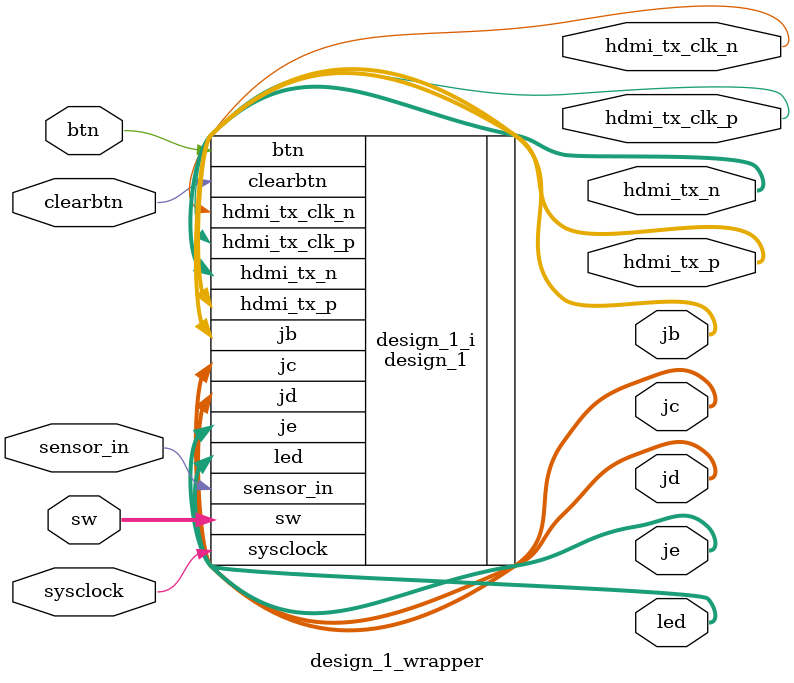
<source format=v>
`timescale 1 ps / 1 ps

module design_1_wrapper
   (btn,
    clearbtn,
    hdmi_tx_clk_n,
    hdmi_tx_clk_p,
    hdmi_tx_n,
    hdmi_tx_p,
    jb,
    jc,
    jd,
    je,
    led,
    sensor_in,
    sw,
    sysclock);
  input btn;
  input clearbtn;
  output hdmi_tx_clk_n;
  output hdmi_tx_clk_p;
  output [2:0]hdmi_tx_n;
  output [2:0]hdmi_tx_p;
  output [7:0]jb;
  output [7:0]jc;
  output [7:0]jd;
  output [6:0]je;
  output [3:0]led;
  input sensor_in;
  input [3:0]sw;
  input sysclock;

  wire btn;
  wire clearbtn;
  wire hdmi_tx_clk_n;
  wire hdmi_tx_clk_p;
  wire [2:0]hdmi_tx_n;
  wire [2:0]hdmi_tx_p;
  wire [7:0]jb;
  wire [7:0]jc;
  wire [7:0]jd;
  wire [6:0]je;
  wire [3:0]led;
  wire sensor_in;
  wire [3:0]sw;
  wire sysclock;

  design_1 design_1_i
       (.btn(btn),
        .clearbtn(clearbtn),
        .hdmi_tx_clk_n(hdmi_tx_clk_n),
        .hdmi_tx_clk_p(hdmi_tx_clk_p),
        .hdmi_tx_n(hdmi_tx_n),
        .hdmi_tx_p(hdmi_tx_p),
        .jb(jb),
        .jc(jc),
        .jd(jd),
        .je(je),
        .led(led),
        .sensor_in(sensor_in),
        .sw(sw),
        .sysclock(sysclock));
endmodule

</source>
